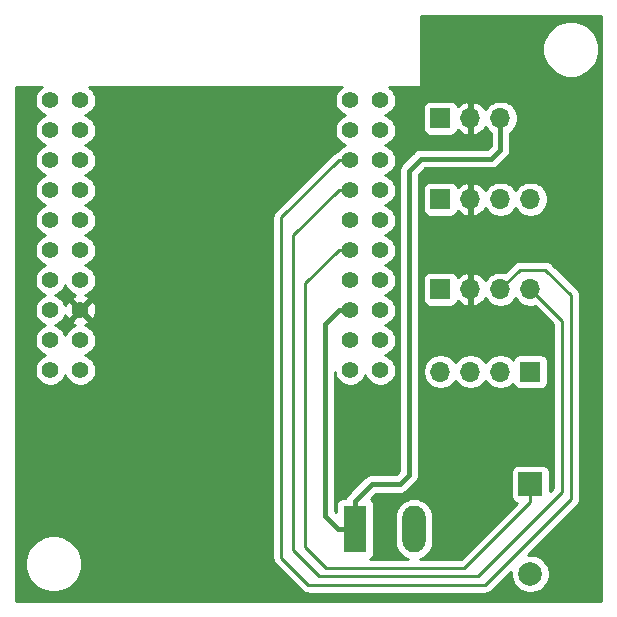
<source format=gbr>
G04 #@! TF.GenerationSoftware,KiCad,Pcbnew,(5.1.5)-3*
G04 #@! TF.CreationDate,2023-03-16T00:37:57+01:00*
G04 #@! TF.ProjectId,barcode_scanner,62617263-6f64-4655-9f73-63616e6e6572,rev?*
G04 #@! TF.SameCoordinates,Original*
G04 #@! TF.FileFunction,Copper,L1,Top*
G04 #@! TF.FilePolarity,Positive*
%FSLAX46Y46*%
G04 Gerber Fmt 4.6, Leading zero omitted, Abs format (unit mm)*
G04 Created by KiCad (PCBNEW (5.1.5)-3) date 2023-03-16 00:37:57*
%MOMM*%
%LPD*%
G04 APERTURE LIST*
%ADD10R,1.980000X3.960000*%
%ADD11O,1.980000X3.960000*%
%ADD12C,1.400000*%
%ADD13R,1.700000X1.700000*%
%ADD14O,1.700000X1.700000*%
%ADD15C,2.000000*%
%ADD16R,2.000000X2.000000*%
%ADD17C,0.250000*%
%ADD18C,0.400000*%
%ADD19C,0.254000*%
G04 APERTURE END LIST*
D10*
X169037000Y-120269000D03*
D11*
X174037000Y-120269000D03*
D12*
X171196000Y-106807000D03*
X168656000Y-106807000D03*
X171196000Y-104267000D03*
X168656000Y-104267000D03*
X171196000Y-101727000D03*
X168656000Y-101727000D03*
X171196000Y-99187000D03*
X168656000Y-99187000D03*
X171196000Y-96647000D03*
X168656000Y-96647000D03*
X171196000Y-94107000D03*
X168656000Y-94107000D03*
X171196000Y-91567000D03*
X168656000Y-91567000D03*
X171196000Y-89027000D03*
X168656000Y-89027000D03*
X171196000Y-86487000D03*
X168656000Y-86487000D03*
X171196000Y-83947000D03*
X168656000Y-83947000D03*
X145796000Y-106807000D03*
X143256000Y-106807000D03*
X145796000Y-104267000D03*
X143256000Y-104267000D03*
X145796000Y-101727000D03*
X143256000Y-101727000D03*
X145796000Y-99187000D03*
X143256000Y-99187000D03*
X145796000Y-96647000D03*
X143256000Y-96647000D03*
X145796000Y-94107000D03*
X143256000Y-94107000D03*
X145796000Y-91567000D03*
X143256000Y-91567000D03*
X145796000Y-89027000D03*
X143256000Y-89027000D03*
X145796000Y-86487000D03*
X143256000Y-86487000D03*
X143256000Y-83947000D03*
X145796000Y-83947000D03*
D13*
X176276000Y-92329000D03*
D14*
X178816000Y-92329000D03*
X181356000Y-92329000D03*
X183896000Y-92329000D03*
X183896000Y-99949000D03*
X181356000Y-99949000D03*
X178816000Y-99949000D03*
D13*
X176276000Y-99949000D03*
D14*
X176276000Y-106934000D03*
X178816000Y-106934000D03*
X181356000Y-106934000D03*
D13*
X183896000Y-106934000D03*
D14*
X181356000Y-85471000D03*
X178816000Y-85471000D03*
D13*
X176276000Y-85471000D03*
D15*
X183896000Y-124059000D03*
D16*
X183896000Y-116459000D03*
D17*
X167666051Y-91567000D02*
X163830000Y-95403051D01*
X168656000Y-91567000D02*
X167666051Y-91567000D01*
X163830000Y-95403051D02*
X163830000Y-122047000D01*
X163830000Y-122047000D02*
X165989000Y-124206000D01*
X165989000Y-124206000D02*
X179451000Y-124206000D01*
X179451000Y-124206000D02*
X186563000Y-117094000D01*
X186563000Y-102616000D02*
X183896000Y-99949000D01*
X186563000Y-117094000D02*
X186563000Y-102616000D01*
X162814000Y-122682000D02*
X162814000Y-93879051D01*
X162814000Y-93879051D02*
X167666051Y-89027000D01*
X183007000Y-98298000D02*
X185166000Y-98298000D01*
X180086000Y-124968000D02*
X165100000Y-124968000D01*
X181356000Y-99949000D02*
X183007000Y-98298000D01*
X167666051Y-89027000D02*
X168656000Y-89027000D01*
X185166000Y-98298000D02*
X187325000Y-100457000D01*
X165100000Y-124968000D02*
X162814000Y-122682000D01*
X187325000Y-117729000D02*
X180086000Y-124968000D01*
X187325000Y-100457000D02*
X187325000Y-117729000D01*
X167666051Y-96647000D02*
X164846000Y-99467051D01*
X168656000Y-96647000D02*
X167666051Y-96647000D01*
X164846000Y-99467051D02*
X164846000Y-121793000D01*
X164846000Y-121793000D02*
X166624000Y-123571000D01*
X166624000Y-123571000D02*
X178308000Y-123571000D01*
X183896000Y-117983000D02*
X183896000Y-116459000D01*
X178308000Y-123571000D02*
X183896000Y-117983000D01*
D18*
X167666051Y-101727000D02*
X166497000Y-102896051D01*
X168656000Y-101727000D02*
X167666051Y-101727000D01*
X166497000Y-119119000D02*
X167647000Y-120269000D01*
X167647000Y-120269000D02*
X169037000Y-120269000D01*
X166497000Y-102896051D02*
X166497000Y-119119000D01*
X174625000Y-88900000D02*
X180594000Y-88900000D01*
X173609000Y-89916000D02*
X174625000Y-88900000D01*
X169037000Y-117889000D02*
X170467000Y-116459000D01*
X169037000Y-120269000D02*
X169037000Y-117889000D01*
X181356000Y-88138000D02*
X181356000Y-85471000D01*
X170467000Y-116459000D02*
X172847000Y-116459000D01*
X180594000Y-88900000D02*
X181356000Y-88138000D01*
X172847000Y-116459000D02*
X173609000Y-115697000D01*
X173609000Y-115697000D02*
X173609000Y-89916000D01*
D19*
G36*
X189840000Y-126340000D02*
G01*
X140360000Y-126340000D01*
X140360000Y-122979818D01*
X141091701Y-122979818D01*
X141091701Y-123456182D01*
X141184635Y-123923392D01*
X141366931Y-124363494D01*
X141631585Y-124759576D01*
X141968424Y-125096415D01*
X142364506Y-125361069D01*
X142804608Y-125543365D01*
X143271818Y-125636299D01*
X143748182Y-125636299D01*
X144215392Y-125543365D01*
X144655494Y-125361069D01*
X145051576Y-125096415D01*
X145388415Y-124759576D01*
X145653069Y-124363494D01*
X145835365Y-123923392D01*
X145928299Y-123456182D01*
X145928299Y-122979818D01*
X145835365Y-122512608D01*
X145653069Y-122072506D01*
X145388415Y-121676424D01*
X145051576Y-121339585D01*
X144655494Y-121074931D01*
X144215392Y-120892635D01*
X143748182Y-120799701D01*
X143271818Y-120799701D01*
X142804608Y-120892635D01*
X142364506Y-121074931D01*
X141968424Y-121339585D01*
X141631585Y-121676424D01*
X141366931Y-122072506D01*
X141184635Y-122512608D01*
X141091701Y-122979818D01*
X140360000Y-122979818D01*
X140360000Y-82804000D01*
X142563685Y-82804000D01*
X142404987Y-82910038D01*
X142219038Y-83095987D01*
X142072939Y-83314641D01*
X141972304Y-83557595D01*
X141921000Y-83815514D01*
X141921000Y-84078486D01*
X141972304Y-84336405D01*
X142072939Y-84579359D01*
X142219038Y-84798013D01*
X142404987Y-84983962D01*
X142623641Y-85130061D01*
X142833530Y-85217000D01*
X142623641Y-85303939D01*
X142404987Y-85450038D01*
X142219038Y-85635987D01*
X142072939Y-85854641D01*
X141972304Y-86097595D01*
X141921000Y-86355514D01*
X141921000Y-86618486D01*
X141972304Y-86876405D01*
X142072939Y-87119359D01*
X142219038Y-87338013D01*
X142404987Y-87523962D01*
X142623641Y-87670061D01*
X142833530Y-87757000D01*
X142623641Y-87843939D01*
X142404987Y-87990038D01*
X142219038Y-88175987D01*
X142072939Y-88394641D01*
X141972304Y-88637595D01*
X141921000Y-88895514D01*
X141921000Y-89158486D01*
X141972304Y-89416405D01*
X142072939Y-89659359D01*
X142219038Y-89878013D01*
X142404987Y-90063962D01*
X142623641Y-90210061D01*
X142833530Y-90297000D01*
X142623641Y-90383939D01*
X142404987Y-90530038D01*
X142219038Y-90715987D01*
X142072939Y-90934641D01*
X141972304Y-91177595D01*
X141921000Y-91435514D01*
X141921000Y-91698486D01*
X141972304Y-91956405D01*
X142072939Y-92199359D01*
X142219038Y-92418013D01*
X142404987Y-92603962D01*
X142623641Y-92750061D01*
X142833530Y-92837000D01*
X142623641Y-92923939D01*
X142404987Y-93070038D01*
X142219038Y-93255987D01*
X142072939Y-93474641D01*
X141972304Y-93717595D01*
X141921000Y-93975514D01*
X141921000Y-94238486D01*
X141972304Y-94496405D01*
X142072939Y-94739359D01*
X142219038Y-94958013D01*
X142404987Y-95143962D01*
X142623641Y-95290061D01*
X142833530Y-95377000D01*
X142623641Y-95463939D01*
X142404987Y-95610038D01*
X142219038Y-95795987D01*
X142072939Y-96014641D01*
X141972304Y-96257595D01*
X141921000Y-96515514D01*
X141921000Y-96778486D01*
X141972304Y-97036405D01*
X142072939Y-97279359D01*
X142219038Y-97498013D01*
X142404987Y-97683962D01*
X142623641Y-97830061D01*
X142833530Y-97917000D01*
X142623641Y-98003939D01*
X142404987Y-98150038D01*
X142219038Y-98335987D01*
X142072939Y-98554641D01*
X141972304Y-98797595D01*
X141921000Y-99055514D01*
X141921000Y-99318486D01*
X141972304Y-99576405D01*
X142072939Y-99819359D01*
X142219038Y-100038013D01*
X142404987Y-100223962D01*
X142623641Y-100370061D01*
X142833530Y-100457000D01*
X142623641Y-100543939D01*
X142404987Y-100690038D01*
X142219038Y-100875987D01*
X142072939Y-101094641D01*
X141972304Y-101337595D01*
X141921000Y-101595514D01*
X141921000Y-101858486D01*
X141972304Y-102116405D01*
X142072939Y-102359359D01*
X142219038Y-102578013D01*
X142404987Y-102763962D01*
X142623641Y-102910061D01*
X142833530Y-102997000D01*
X142623641Y-103083939D01*
X142404987Y-103230038D01*
X142219038Y-103415987D01*
X142072939Y-103634641D01*
X141972304Y-103877595D01*
X141921000Y-104135514D01*
X141921000Y-104398486D01*
X141972304Y-104656405D01*
X142072939Y-104899359D01*
X142219038Y-105118013D01*
X142404987Y-105303962D01*
X142623641Y-105450061D01*
X142833530Y-105537000D01*
X142623641Y-105623939D01*
X142404987Y-105770038D01*
X142219038Y-105955987D01*
X142072939Y-106174641D01*
X141972304Y-106417595D01*
X141921000Y-106675514D01*
X141921000Y-106938486D01*
X141972304Y-107196405D01*
X142072939Y-107439359D01*
X142219038Y-107658013D01*
X142404987Y-107843962D01*
X142623641Y-107990061D01*
X142866595Y-108090696D01*
X143124514Y-108142000D01*
X143387486Y-108142000D01*
X143645405Y-108090696D01*
X143888359Y-107990061D01*
X144107013Y-107843962D01*
X144292962Y-107658013D01*
X144439061Y-107439359D01*
X144526000Y-107229470D01*
X144612939Y-107439359D01*
X144759038Y-107658013D01*
X144944987Y-107843962D01*
X145163641Y-107990061D01*
X145406595Y-108090696D01*
X145664514Y-108142000D01*
X145927486Y-108142000D01*
X146185405Y-108090696D01*
X146428359Y-107990061D01*
X146647013Y-107843962D01*
X146832962Y-107658013D01*
X146979061Y-107439359D01*
X147079696Y-107196405D01*
X147131000Y-106938486D01*
X147131000Y-106675514D01*
X147079696Y-106417595D01*
X146979061Y-106174641D01*
X146832962Y-105955987D01*
X146647013Y-105770038D01*
X146428359Y-105623939D01*
X146218470Y-105537000D01*
X146428359Y-105450061D01*
X146647013Y-105303962D01*
X146832962Y-105118013D01*
X146979061Y-104899359D01*
X147079696Y-104656405D01*
X147131000Y-104398486D01*
X147131000Y-104135514D01*
X147079696Y-103877595D01*
X146979061Y-103634641D01*
X146832962Y-103415987D01*
X146647013Y-103230038D01*
X146428359Y-103083939D01*
X146214556Y-102995379D01*
X146377366Y-102935935D01*
X146478203Y-102882037D01*
X146537664Y-102648269D01*
X145796000Y-101906605D01*
X145054336Y-102648269D01*
X145113797Y-102882037D01*
X145352242Y-102992934D01*
X145371827Y-102997706D01*
X145163641Y-103083939D01*
X144944987Y-103230038D01*
X144759038Y-103415987D01*
X144612939Y-103634641D01*
X144526000Y-103844530D01*
X144439061Y-103634641D01*
X144292962Y-103415987D01*
X144107013Y-103230038D01*
X143888359Y-103083939D01*
X143678470Y-102997000D01*
X143888359Y-102910061D01*
X144107013Y-102763962D01*
X144292962Y-102578013D01*
X144439061Y-102359359D01*
X144527621Y-102145556D01*
X144587065Y-102308366D01*
X144640963Y-102409203D01*
X144874731Y-102468664D01*
X145616395Y-101727000D01*
X145975605Y-101727000D01*
X146717269Y-102468664D01*
X146951037Y-102409203D01*
X147061934Y-102170758D01*
X147124183Y-101915260D01*
X147135390Y-101652527D01*
X147095125Y-101392656D01*
X147004935Y-101145634D01*
X146951037Y-101044797D01*
X146717269Y-100985336D01*
X145975605Y-101727000D01*
X145616395Y-101727000D01*
X144874731Y-100985336D01*
X144640963Y-101044797D01*
X144530066Y-101283242D01*
X144525294Y-101302827D01*
X144439061Y-101094641D01*
X144292962Y-100875987D01*
X144107013Y-100690038D01*
X143888359Y-100543939D01*
X143678470Y-100457000D01*
X143888359Y-100370061D01*
X144107013Y-100223962D01*
X144292962Y-100038013D01*
X144439061Y-99819359D01*
X144526000Y-99609470D01*
X144612939Y-99819359D01*
X144759038Y-100038013D01*
X144944987Y-100223962D01*
X145163641Y-100370061D01*
X145377444Y-100458621D01*
X145214634Y-100518065D01*
X145113797Y-100571963D01*
X145054336Y-100805731D01*
X145796000Y-101547395D01*
X146537664Y-100805731D01*
X146478203Y-100571963D01*
X146239758Y-100461066D01*
X146220173Y-100456294D01*
X146428359Y-100370061D01*
X146647013Y-100223962D01*
X146832962Y-100038013D01*
X146979061Y-99819359D01*
X147079696Y-99576405D01*
X147131000Y-99318486D01*
X147131000Y-99055514D01*
X147079696Y-98797595D01*
X146979061Y-98554641D01*
X146832962Y-98335987D01*
X146647013Y-98150038D01*
X146428359Y-98003939D01*
X146218470Y-97917000D01*
X146428359Y-97830061D01*
X146647013Y-97683962D01*
X146832962Y-97498013D01*
X146979061Y-97279359D01*
X147079696Y-97036405D01*
X147131000Y-96778486D01*
X147131000Y-96515514D01*
X147079696Y-96257595D01*
X146979061Y-96014641D01*
X146832962Y-95795987D01*
X146647013Y-95610038D01*
X146428359Y-95463939D01*
X146218470Y-95377000D01*
X146428359Y-95290061D01*
X146647013Y-95143962D01*
X146832962Y-94958013D01*
X146979061Y-94739359D01*
X147079696Y-94496405D01*
X147131000Y-94238486D01*
X147131000Y-93975514D01*
X147079696Y-93717595D01*
X146979061Y-93474641D01*
X146832962Y-93255987D01*
X146647013Y-93070038D01*
X146428359Y-92923939D01*
X146218470Y-92837000D01*
X146428359Y-92750061D01*
X146647013Y-92603962D01*
X146832962Y-92418013D01*
X146979061Y-92199359D01*
X147079696Y-91956405D01*
X147131000Y-91698486D01*
X147131000Y-91435514D01*
X147079696Y-91177595D01*
X146979061Y-90934641D01*
X146832962Y-90715987D01*
X146647013Y-90530038D01*
X146428359Y-90383939D01*
X146218470Y-90297000D01*
X146428359Y-90210061D01*
X146647013Y-90063962D01*
X146832962Y-89878013D01*
X146979061Y-89659359D01*
X147079696Y-89416405D01*
X147131000Y-89158486D01*
X147131000Y-88895514D01*
X147079696Y-88637595D01*
X146979061Y-88394641D01*
X146832962Y-88175987D01*
X146647013Y-87990038D01*
X146428359Y-87843939D01*
X146218470Y-87757000D01*
X146428359Y-87670061D01*
X146647013Y-87523962D01*
X146832962Y-87338013D01*
X146979061Y-87119359D01*
X147079696Y-86876405D01*
X147131000Y-86618486D01*
X147131000Y-86355514D01*
X147079696Y-86097595D01*
X146979061Y-85854641D01*
X146832962Y-85635987D01*
X146647013Y-85450038D01*
X146428359Y-85303939D01*
X146218470Y-85217000D01*
X146428359Y-85130061D01*
X146647013Y-84983962D01*
X146832962Y-84798013D01*
X146979061Y-84579359D01*
X147079696Y-84336405D01*
X147131000Y-84078486D01*
X147131000Y-83815514D01*
X147079696Y-83557595D01*
X146979061Y-83314641D01*
X146832962Y-83095987D01*
X146647013Y-82910038D01*
X146488315Y-82804000D01*
X167963685Y-82804000D01*
X167804987Y-82910038D01*
X167619038Y-83095987D01*
X167472939Y-83314641D01*
X167372304Y-83557595D01*
X167321000Y-83815514D01*
X167321000Y-84078486D01*
X167372304Y-84336405D01*
X167472939Y-84579359D01*
X167619038Y-84798013D01*
X167804987Y-84983962D01*
X168023641Y-85130061D01*
X168233530Y-85217000D01*
X168023641Y-85303939D01*
X167804987Y-85450038D01*
X167619038Y-85635987D01*
X167472939Y-85854641D01*
X167372304Y-86097595D01*
X167321000Y-86355514D01*
X167321000Y-86618486D01*
X167372304Y-86876405D01*
X167472939Y-87119359D01*
X167619038Y-87338013D01*
X167804987Y-87523962D01*
X168023641Y-87670061D01*
X168233530Y-87757000D01*
X168023641Y-87843939D01*
X167804987Y-87990038D01*
X167619038Y-88175987D01*
X167553260Y-88274432D01*
X167517065Y-88277997D01*
X167373804Y-88321454D01*
X167241775Y-88392026D01*
X167126050Y-88486999D01*
X167102252Y-88515997D01*
X162302998Y-93315252D01*
X162274000Y-93339050D01*
X162250202Y-93368048D01*
X162250201Y-93368049D01*
X162179026Y-93454775D01*
X162108454Y-93586805D01*
X162089541Y-93649155D01*
X162064998Y-93730065D01*
X162054001Y-93841718D01*
X162050324Y-93879051D01*
X162054001Y-93916384D01*
X162054000Y-122644678D01*
X162050324Y-122682000D01*
X162054000Y-122719322D01*
X162054000Y-122719332D01*
X162064997Y-122830985D01*
X162108454Y-122974246D01*
X162179026Y-123106276D01*
X162212221Y-123146724D01*
X162273999Y-123222001D01*
X162303003Y-123245804D01*
X164536201Y-125479003D01*
X164559999Y-125508001D01*
X164675724Y-125602974D01*
X164807753Y-125673546D01*
X164951014Y-125717003D01*
X165062667Y-125728000D01*
X165062676Y-125728000D01*
X165099999Y-125731676D01*
X165137322Y-125728000D01*
X180048678Y-125728000D01*
X180086000Y-125731676D01*
X180123322Y-125728000D01*
X180123333Y-125728000D01*
X180234986Y-125717003D01*
X180378247Y-125673546D01*
X180510276Y-125602974D01*
X180626001Y-125508001D01*
X180649804Y-125478997D01*
X182268490Y-123860311D01*
X182261000Y-123897967D01*
X182261000Y-124220033D01*
X182323832Y-124535912D01*
X182447082Y-124833463D01*
X182626013Y-125101252D01*
X182853748Y-125328987D01*
X183121537Y-125507918D01*
X183419088Y-125631168D01*
X183734967Y-125694000D01*
X184057033Y-125694000D01*
X184372912Y-125631168D01*
X184670463Y-125507918D01*
X184938252Y-125328987D01*
X185165987Y-125101252D01*
X185344918Y-124833463D01*
X185468168Y-124535912D01*
X185531000Y-124220033D01*
X185531000Y-123897967D01*
X185468168Y-123582088D01*
X185344918Y-123284537D01*
X185165987Y-123016748D01*
X184938252Y-122789013D01*
X184670463Y-122610082D01*
X184372912Y-122486832D01*
X184057033Y-122424000D01*
X183734967Y-122424000D01*
X183697311Y-122431490D01*
X187836003Y-118292799D01*
X187865001Y-118269001D01*
X187891332Y-118236917D01*
X187959974Y-118153277D01*
X188030546Y-118021247D01*
X188040165Y-117989537D01*
X188074003Y-117877986D01*
X188085000Y-117766333D01*
X188085000Y-117766323D01*
X188088676Y-117729000D01*
X188085000Y-117691677D01*
X188085000Y-100494322D01*
X188088676Y-100456999D01*
X188085000Y-100419676D01*
X188085000Y-100419667D01*
X188074003Y-100308014D01*
X188030546Y-100164753D01*
X187997017Y-100102025D01*
X187959974Y-100032723D01*
X187888799Y-99945997D01*
X187865001Y-99916999D01*
X187836004Y-99893202D01*
X185729804Y-97787003D01*
X185706001Y-97757999D01*
X185590276Y-97663026D01*
X185458247Y-97592454D01*
X185314986Y-97548997D01*
X185203333Y-97538000D01*
X185203322Y-97538000D01*
X185166000Y-97534324D01*
X185128678Y-97538000D01*
X183044333Y-97538000D01*
X183007000Y-97534323D01*
X182969667Y-97538000D01*
X182858014Y-97548997D01*
X182714753Y-97592454D01*
X182582724Y-97663026D01*
X182466999Y-97757999D01*
X182443201Y-97786997D01*
X181722408Y-98507790D01*
X181502260Y-98464000D01*
X181209740Y-98464000D01*
X180922842Y-98521068D01*
X180652589Y-98633010D01*
X180409368Y-98795525D01*
X180202525Y-99002368D01*
X180080805Y-99184534D01*
X180011178Y-99067645D01*
X179816269Y-98851412D01*
X179582920Y-98677359D01*
X179320099Y-98552175D01*
X179172890Y-98507524D01*
X178943000Y-98628845D01*
X178943000Y-99822000D01*
X178963000Y-99822000D01*
X178963000Y-100076000D01*
X178943000Y-100076000D01*
X178943000Y-101269155D01*
X179172890Y-101390476D01*
X179320099Y-101345825D01*
X179582920Y-101220641D01*
X179816269Y-101046588D01*
X180011178Y-100830355D01*
X180080805Y-100713466D01*
X180202525Y-100895632D01*
X180409368Y-101102475D01*
X180652589Y-101264990D01*
X180922842Y-101376932D01*
X181209740Y-101434000D01*
X181502260Y-101434000D01*
X181789158Y-101376932D01*
X182059411Y-101264990D01*
X182302632Y-101102475D01*
X182509475Y-100895632D01*
X182626000Y-100721240D01*
X182742525Y-100895632D01*
X182949368Y-101102475D01*
X183192589Y-101264990D01*
X183462842Y-101376932D01*
X183749740Y-101434000D01*
X184042260Y-101434000D01*
X184262408Y-101390209D01*
X185803001Y-102930803D01*
X185803000Y-116779198D01*
X185534072Y-117048126D01*
X185534072Y-115459000D01*
X185521812Y-115334518D01*
X185485502Y-115214820D01*
X185426537Y-115104506D01*
X185347185Y-115007815D01*
X185250494Y-114928463D01*
X185140180Y-114869498D01*
X185020482Y-114833188D01*
X184896000Y-114820928D01*
X182896000Y-114820928D01*
X182771518Y-114833188D01*
X182651820Y-114869498D01*
X182541506Y-114928463D01*
X182444815Y-115007815D01*
X182365463Y-115104506D01*
X182306498Y-115214820D01*
X182270188Y-115334518D01*
X182257928Y-115459000D01*
X182257928Y-117459000D01*
X182270188Y-117583482D01*
X182306498Y-117703180D01*
X182365463Y-117813494D01*
X182444815Y-117910185D01*
X182541506Y-117989537D01*
X182651820Y-118048502D01*
X182731519Y-118072678D01*
X177993199Y-122811000D01*
X174518693Y-122811000D01*
X174661869Y-122767568D01*
X174944170Y-122616675D01*
X175191608Y-122413608D01*
X175394675Y-122166170D01*
X175545568Y-121883869D01*
X175638487Y-121577556D01*
X175662000Y-121338824D01*
X175662000Y-119199176D01*
X175638487Y-118960444D01*
X175545568Y-118654131D01*
X175394675Y-118371830D01*
X175191608Y-118124392D01*
X174944169Y-117921325D01*
X174661868Y-117770432D01*
X174355555Y-117677513D01*
X174037000Y-117646138D01*
X173718444Y-117677513D01*
X173412131Y-117770432D01*
X173129830Y-117921325D01*
X172882392Y-118124392D01*
X172679325Y-118371831D01*
X172528432Y-118654132D01*
X172435513Y-118960445D01*
X172412000Y-119199177D01*
X172412001Y-121338824D01*
X172435514Y-121577556D01*
X172528433Y-121883869D01*
X172679326Y-122166170D01*
X172882393Y-122413608D01*
X173129831Y-122616675D01*
X173412132Y-122767568D01*
X173555308Y-122811000D01*
X170322632Y-122811000D01*
X170381494Y-122779537D01*
X170478185Y-122700185D01*
X170557537Y-122603494D01*
X170616502Y-122493180D01*
X170652812Y-122373482D01*
X170665072Y-122249000D01*
X170665072Y-118289000D01*
X170652812Y-118164518D01*
X170616502Y-118044820D01*
X170557537Y-117934506D01*
X170478185Y-117837815D01*
X170381494Y-117758463D01*
X170359931Y-117746937D01*
X170812868Y-117294000D01*
X172805982Y-117294000D01*
X172847000Y-117298040D01*
X172888018Y-117294000D01*
X172888019Y-117294000D01*
X173010689Y-117281918D01*
X173168087Y-117234172D01*
X173313146Y-117156636D01*
X173440291Y-117052291D01*
X173466445Y-117020422D01*
X174170433Y-116316436D01*
X174202291Y-116290291D01*
X174306636Y-116163146D01*
X174384172Y-116018087D01*
X174431918Y-115860689D01*
X174444000Y-115738019D01*
X174444000Y-115738018D01*
X174448040Y-115697000D01*
X174444000Y-115655982D01*
X174444000Y-106787740D01*
X174791000Y-106787740D01*
X174791000Y-107080260D01*
X174848068Y-107367158D01*
X174960010Y-107637411D01*
X175122525Y-107880632D01*
X175329368Y-108087475D01*
X175572589Y-108249990D01*
X175842842Y-108361932D01*
X176129740Y-108419000D01*
X176422260Y-108419000D01*
X176709158Y-108361932D01*
X176979411Y-108249990D01*
X177222632Y-108087475D01*
X177429475Y-107880632D01*
X177546000Y-107706240D01*
X177662525Y-107880632D01*
X177869368Y-108087475D01*
X178112589Y-108249990D01*
X178382842Y-108361932D01*
X178669740Y-108419000D01*
X178962260Y-108419000D01*
X179249158Y-108361932D01*
X179519411Y-108249990D01*
X179762632Y-108087475D01*
X179969475Y-107880632D01*
X180086000Y-107706240D01*
X180202525Y-107880632D01*
X180409368Y-108087475D01*
X180652589Y-108249990D01*
X180922842Y-108361932D01*
X181209740Y-108419000D01*
X181502260Y-108419000D01*
X181789158Y-108361932D01*
X182059411Y-108249990D01*
X182302632Y-108087475D01*
X182434487Y-107955620D01*
X182456498Y-108028180D01*
X182515463Y-108138494D01*
X182594815Y-108235185D01*
X182691506Y-108314537D01*
X182801820Y-108373502D01*
X182921518Y-108409812D01*
X183046000Y-108422072D01*
X184746000Y-108422072D01*
X184870482Y-108409812D01*
X184990180Y-108373502D01*
X185100494Y-108314537D01*
X185197185Y-108235185D01*
X185276537Y-108138494D01*
X185335502Y-108028180D01*
X185371812Y-107908482D01*
X185384072Y-107784000D01*
X185384072Y-106084000D01*
X185371812Y-105959518D01*
X185335502Y-105839820D01*
X185276537Y-105729506D01*
X185197185Y-105632815D01*
X185100494Y-105553463D01*
X184990180Y-105494498D01*
X184870482Y-105458188D01*
X184746000Y-105445928D01*
X183046000Y-105445928D01*
X182921518Y-105458188D01*
X182801820Y-105494498D01*
X182691506Y-105553463D01*
X182594815Y-105632815D01*
X182515463Y-105729506D01*
X182456498Y-105839820D01*
X182434487Y-105912380D01*
X182302632Y-105780525D01*
X182059411Y-105618010D01*
X181789158Y-105506068D01*
X181502260Y-105449000D01*
X181209740Y-105449000D01*
X180922842Y-105506068D01*
X180652589Y-105618010D01*
X180409368Y-105780525D01*
X180202525Y-105987368D01*
X180086000Y-106161760D01*
X179969475Y-105987368D01*
X179762632Y-105780525D01*
X179519411Y-105618010D01*
X179249158Y-105506068D01*
X178962260Y-105449000D01*
X178669740Y-105449000D01*
X178382842Y-105506068D01*
X178112589Y-105618010D01*
X177869368Y-105780525D01*
X177662525Y-105987368D01*
X177546000Y-106161760D01*
X177429475Y-105987368D01*
X177222632Y-105780525D01*
X176979411Y-105618010D01*
X176709158Y-105506068D01*
X176422260Y-105449000D01*
X176129740Y-105449000D01*
X175842842Y-105506068D01*
X175572589Y-105618010D01*
X175329368Y-105780525D01*
X175122525Y-105987368D01*
X174960010Y-106230589D01*
X174848068Y-106500842D01*
X174791000Y-106787740D01*
X174444000Y-106787740D01*
X174444000Y-99099000D01*
X174787928Y-99099000D01*
X174787928Y-100799000D01*
X174800188Y-100923482D01*
X174836498Y-101043180D01*
X174895463Y-101153494D01*
X174974815Y-101250185D01*
X175071506Y-101329537D01*
X175181820Y-101388502D01*
X175301518Y-101424812D01*
X175426000Y-101437072D01*
X177126000Y-101437072D01*
X177250482Y-101424812D01*
X177370180Y-101388502D01*
X177480494Y-101329537D01*
X177577185Y-101250185D01*
X177656537Y-101153494D01*
X177715502Y-101043180D01*
X177739966Y-100962534D01*
X177815731Y-101046588D01*
X178049080Y-101220641D01*
X178311901Y-101345825D01*
X178459110Y-101390476D01*
X178689000Y-101269155D01*
X178689000Y-100076000D01*
X178669000Y-100076000D01*
X178669000Y-99822000D01*
X178689000Y-99822000D01*
X178689000Y-98628845D01*
X178459110Y-98507524D01*
X178311901Y-98552175D01*
X178049080Y-98677359D01*
X177815731Y-98851412D01*
X177739966Y-98935466D01*
X177715502Y-98854820D01*
X177656537Y-98744506D01*
X177577185Y-98647815D01*
X177480494Y-98568463D01*
X177370180Y-98509498D01*
X177250482Y-98473188D01*
X177126000Y-98460928D01*
X175426000Y-98460928D01*
X175301518Y-98473188D01*
X175181820Y-98509498D01*
X175071506Y-98568463D01*
X174974815Y-98647815D01*
X174895463Y-98744506D01*
X174836498Y-98854820D01*
X174800188Y-98974518D01*
X174787928Y-99099000D01*
X174444000Y-99099000D01*
X174444000Y-91479000D01*
X174787928Y-91479000D01*
X174787928Y-93179000D01*
X174800188Y-93303482D01*
X174836498Y-93423180D01*
X174895463Y-93533494D01*
X174974815Y-93630185D01*
X175071506Y-93709537D01*
X175181820Y-93768502D01*
X175301518Y-93804812D01*
X175426000Y-93817072D01*
X177126000Y-93817072D01*
X177250482Y-93804812D01*
X177370180Y-93768502D01*
X177480494Y-93709537D01*
X177577185Y-93630185D01*
X177656537Y-93533494D01*
X177715502Y-93423180D01*
X177739966Y-93342534D01*
X177815731Y-93426588D01*
X178049080Y-93600641D01*
X178311901Y-93725825D01*
X178459110Y-93770476D01*
X178689000Y-93649155D01*
X178689000Y-92456000D01*
X178669000Y-92456000D01*
X178669000Y-92202000D01*
X178689000Y-92202000D01*
X178689000Y-91008845D01*
X178943000Y-91008845D01*
X178943000Y-92202000D01*
X178963000Y-92202000D01*
X178963000Y-92456000D01*
X178943000Y-92456000D01*
X178943000Y-93649155D01*
X179172890Y-93770476D01*
X179320099Y-93725825D01*
X179582920Y-93600641D01*
X179816269Y-93426588D01*
X180011178Y-93210355D01*
X180080805Y-93093466D01*
X180202525Y-93275632D01*
X180409368Y-93482475D01*
X180652589Y-93644990D01*
X180922842Y-93756932D01*
X181209740Y-93814000D01*
X181502260Y-93814000D01*
X181789158Y-93756932D01*
X182059411Y-93644990D01*
X182302632Y-93482475D01*
X182509475Y-93275632D01*
X182626000Y-93101240D01*
X182742525Y-93275632D01*
X182949368Y-93482475D01*
X183192589Y-93644990D01*
X183462842Y-93756932D01*
X183749740Y-93814000D01*
X184042260Y-93814000D01*
X184329158Y-93756932D01*
X184599411Y-93644990D01*
X184842632Y-93482475D01*
X185049475Y-93275632D01*
X185211990Y-93032411D01*
X185323932Y-92762158D01*
X185381000Y-92475260D01*
X185381000Y-92182740D01*
X185323932Y-91895842D01*
X185211990Y-91625589D01*
X185049475Y-91382368D01*
X184842632Y-91175525D01*
X184599411Y-91013010D01*
X184329158Y-90901068D01*
X184042260Y-90844000D01*
X183749740Y-90844000D01*
X183462842Y-90901068D01*
X183192589Y-91013010D01*
X182949368Y-91175525D01*
X182742525Y-91382368D01*
X182626000Y-91556760D01*
X182509475Y-91382368D01*
X182302632Y-91175525D01*
X182059411Y-91013010D01*
X181789158Y-90901068D01*
X181502260Y-90844000D01*
X181209740Y-90844000D01*
X180922842Y-90901068D01*
X180652589Y-91013010D01*
X180409368Y-91175525D01*
X180202525Y-91382368D01*
X180080805Y-91564534D01*
X180011178Y-91447645D01*
X179816269Y-91231412D01*
X179582920Y-91057359D01*
X179320099Y-90932175D01*
X179172890Y-90887524D01*
X178943000Y-91008845D01*
X178689000Y-91008845D01*
X178459110Y-90887524D01*
X178311901Y-90932175D01*
X178049080Y-91057359D01*
X177815731Y-91231412D01*
X177739966Y-91315466D01*
X177715502Y-91234820D01*
X177656537Y-91124506D01*
X177577185Y-91027815D01*
X177480494Y-90948463D01*
X177370180Y-90889498D01*
X177250482Y-90853188D01*
X177126000Y-90840928D01*
X175426000Y-90840928D01*
X175301518Y-90853188D01*
X175181820Y-90889498D01*
X175071506Y-90948463D01*
X174974815Y-91027815D01*
X174895463Y-91124506D01*
X174836498Y-91234820D01*
X174800188Y-91354518D01*
X174787928Y-91479000D01*
X174444000Y-91479000D01*
X174444000Y-90261867D01*
X174970868Y-89735000D01*
X180552982Y-89735000D01*
X180594000Y-89739040D01*
X180635018Y-89735000D01*
X180635019Y-89735000D01*
X180757689Y-89722918D01*
X180915087Y-89675172D01*
X181060146Y-89597636D01*
X181187291Y-89493291D01*
X181213445Y-89461422D01*
X181917433Y-88757436D01*
X181949291Y-88731291D01*
X182053636Y-88604146D01*
X182131172Y-88459087D01*
X182178918Y-88301689D01*
X182191000Y-88179019D01*
X182191000Y-88179018D01*
X182195040Y-88138000D01*
X182191000Y-88096982D01*
X182191000Y-86699065D01*
X182302632Y-86624475D01*
X182509475Y-86417632D01*
X182671990Y-86174411D01*
X182783932Y-85904158D01*
X182841000Y-85617260D01*
X182841000Y-85324740D01*
X182783932Y-85037842D01*
X182671990Y-84767589D01*
X182509475Y-84524368D01*
X182302632Y-84317525D01*
X182059411Y-84155010D01*
X181789158Y-84043068D01*
X181502260Y-83986000D01*
X181209740Y-83986000D01*
X180922842Y-84043068D01*
X180652589Y-84155010D01*
X180409368Y-84317525D01*
X180202525Y-84524368D01*
X180080805Y-84706534D01*
X180011178Y-84589645D01*
X179816269Y-84373412D01*
X179582920Y-84199359D01*
X179320099Y-84074175D01*
X179172890Y-84029524D01*
X178943000Y-84150845D01*
X178943000Y-85344000D01*
X178963000Y-85344000D01*
X178963000Y-85598000D01*
X178943000Y-85598000D01*
X178943000Y-86791155D01*
X179172890Y-86912476D01*
X179320099Y-86867825D01*
X179582920Y-86742641D01*
X179816269Y-86568588D01*
X180011178Y-86352355D01*
X180080805Y-86235466D01*
X180202525Y-86417632D01*
X180409368Y-86624475D01*
X180521001Y-86699065D01*
X180521000Y-87792132D01*
X180248132Y-88065000D01*
X174666018Y-88065000D01*
X174625000Y-88060960D01*
X174583981Y-88065000D01*
X174461311Y-88077082D01*
X174303913Y-88124828D01*
X174158854Y-88202364D01*
X174031709Y-88306709D01*
X174005561Y-88338571D01*
X173047574Y-89296559D01*
X173015710Y-89322709D01*
X172938816Y-89416405D01*
X172911364Y-89449855D01*
X172833828Y-89594914D01*
X172786082Y-89752312D01*
X172769960Y-89916000D01*
X172774001Y-89957029D01*
X172774000Y-115351132D01*
X172501132Y-115624000D01*
X170508007Y-115624000D01*
X170466999Y-115619961D01*
X170425991Y-115624000D01*
X170425981Y-115624000D01*
X170303311Y-115636082D01*
X170145913Y-115683828D01*
X170000854Y-115761364D01*
X169873709Y-115865709D01*
X169847561Y-115897571D01*
X168475574Y-117269559D01*
X168443710Y-117295709D01*
X168417562Y-117327571D01*
X168339364Y-117422855D01*
X168261828Y-117567914D01*
X168236646Y-117650928D01*
X168047000Y-117650928D01*
X167922518Y-117663188D01*
X167802820Y-117699498D01*
X167692506Y-117758463D01*
X167595815Y-117837815D01*
X167516463Y-117934506D01*
X167457498Y-118044820D01*
X167421188Y-118164518D01*
X167408928Y-118289000D01*
X167408928Y-118850060D01*
X167332000Y-118773133D01*
X167332000Y-106993786D01*
X167372304Y-107196405D01*
X167472939Y-107439359D01*
X167619038Y-107658013D01*
X167804987Y-107843962D01*
X168023641Y-107990061D01*
X168266595Y-108090696D01*
X168524514Y-108142000D01*
X168787486Y-108142000D01*
X169045405Y-108090696D01*
X169288359Y-107990061D01*
X169507013Y-107843962D01*
X169692962Y-107658013D01*
X169839061Y-107439359D01*
X169926000Y-107229470D01*
X170012939Y-107439359D01*
X170159038Y-107658013D01*
X170344987Y-107843962D01*
X170563641Y-107990061D01*
X170806595Y-108090696D01*
X171064514Y-108142000D01*
X171327486Y-108142000D01*
X171585405Y-108090696D01*
X171828359Y-107990061D01*
X172047013Y-107843962D01*
X172232962Y-107658013D01*
X172379061Y-107439359D01*
X172479696Y-107196405D01*
X172531000Y-106938486D01*
X172531000Y-106675514D01*
X172479696Y-106417595D01*
X172379061Y-106174641D01*
X172232962Y-105955987D01*
X172047013Y-105770038D01*
X171828359Y-105623939D01*
X171618470Y-105537000D01*
X171828359Y-105450061D01*
X172047013Y-105303962D01*
X172232962Y-105118013D01*
X172379061Y-104899359D01*
X172479696Y-104656405D01*
X172531000Y-104398486D01*
X172531000Y-104135514D01*
X172479696Y-103877595D01*
X172379061Y-103634641D01*
X172232962Y-103415987D01*
X172047013Y-103230038D01*
X171828359Y-103083939D01*
X171618470Y-102997000D01*
X171828359Y-102910061D01*
X172047013Y-102763962D01*
X172232962Y-102578013D01*
X172379061Y-102359359D01*
X172479696Y-102116405D01*
X172531000Y-101858486D01*
X172531000Y-101595514D01*
X172479696Y-101337595D01*
X172379061Y-101094641D01*
X172232962Y-100875987D01*
X172047013Y-100690038D01*
X171828359Y-100543939D01*
X171618470Y-100457000D01*
X171828359Y-100370061D01*
X172047013Y-100223962D01*
X172232962Y-100038013D01*
X172379061Y-99819359D01*
X172479696Y-99576405D01*
X172531000Y-99318486D01*
X172531000Y-99055514D01*
X172479696Y-98797595D01*
X172379061Y-98554641D01*
X172232962Y-98335987D01*
X172047013Y-98150038D01*
X171828359Y-98003939D01*
X171618470Y-97917000D01*
X171828359Y-97830061D01*
X172047013Y-97683962D01*
X172232962Y-97498013D01*
X172379061Y-97279359D01*
X172479696Y-97036405D01*
X172531000Y-96778486D01*
X172531000Y-96515514D01*
X172479696Y-96257595D01*
X172379061Y-96014641D01*
X172232962Y-95795987D01*
X172047013Y-95610038D01*
X171828359Y-95463939D01*
X171618470Y-95377000D01*
X171828359Y-95290061D01*
X172047013Y-95143962D01*
X172232962Y-94958013D01*
X172379061Y-94739359D01*
X172479696Y-94496405D01*
X172531000Y-94238486D01*
X172531000Y-93975514D01*
X172479696Y-93717595D01*
X172379061Y-93474641D01*
X172232962Y-93255987D01*
X172047013Y-93070038D01*
X171828359Y-92923939D01*
X171618470Y-92837000D01*
X171828359Y-92750061D01*
X172047013Y-92603962D01*
X172232962Y-92418013D01*
X172379061Y-92199359D01*
X172479696Y-91956405D01*
X172531000Y-91698486D01*
X172531000Y-91435514D01*
X172479696Y-91177595D01*
X172379061Y-90934641D01*
X172232962Y-90715987D01*
X172047013Y-90530038D01*
X171828359Y-90383939D01*
X171618470Y-90297000D01*
X171828359Y-90210061D01*
X172047013Y-90063962D01*
X172232962Y-89878013D01*
X172379061Y-89659359D01*
X172479696Y-89416405D01*
X172531000Y-89158486D01*
X172531000Y-88895514D01*
X172479696Y-88637595D01*
X172379061Y-88394641D01*
X172232962Y-88175987D01*
X172047013Y-87990038D01*
X171828359Y-87843939D01*
X171618470Y-87757000D01*
X171828359Y-87670061D01*
X172047013Y-87523962D01*
X172232962Y-87338013D01*
X172379061Y-87119359D01*
X172479696Y-86876405D01*
X172531000Y-86618486D01*
X172531000Y-86355514D01*
X172479696Y-86097595D01*
X172379061Y-85854641D01*
X172232962Y-85635987D01*
X172047013Y-85450038D01*
X171828359Y-85303939D01*
X171618470Y-85217000D01*
X171828359Y-85130061D01*
X172047013Y-84983962D01*
X172232962Y-84798013D01*
X172351237Y-84621000D01*
X174787928Y-84621000D01*
X174787928Y-86321000D01*
X174800188Y-86445482D01*
X174836498Y-86565180D01*
X174895463Y-86675494D01*
X174974815Y-86772185D01*
X175071506Y-86851537D01*
X175181820Y-86910502D01*
X175301518Y-86946812D01*
X175426000Y-86959072D01*
X177126000Y-86959072D01*
X177250482Y-86946812D01*
X177370180Y-86910502D01*
X177480494Y-86851537D01*
X177577185Y-86772185D01*
X177656537Y-86675494D01*
X177715502Y-86565180D01*
X177739966Y-86484534D01*
X177815731Y-86568588D01*
X178049080Y-86742641D01*
X178311901Y-86867825D01*
X178459110Y-86912476D01*
X178689000Y-86791155D01*
X178689000Y-85598000D01*
X178669000Y-85598000D01*
X178669000Y-85344000D01*
X178689000Y-85344000D01*
X178689000Y-84150845D01*
X178459110Y-84029524D01*
X178311901Y-84074175D01*
X178049080Y-84199359D01*
X177815731Y-84373412D01*
X177739966Y-84457466D01*
X177715502Y-84376820D01*
X177656537Y-84266506D01*
X177577185Y-84169815D01*
X177480494Y-84090463D01*
X177370180Y-84031498D01*
X177250482Y-83995188D01*
X177126000Y-83982928D01*
X175426000Y-83982928D01*
X175301518Y-83995188D01*
X175181820Y-84031498D01*
X175071506Y-84090463D01*
X174974815Y-84169815D01*
X174895463Y-84266506D01*
X174836498Y-84376820D01*
X174800188Y-84496518D01*
X174787928Y-84621000D01*
X172351237Y-84621000D01*
X172379061Y-84579359D01*
X172479696Y-84336405D01*
X172531000Y-84078486D01*
X172531000Y-83815514D01*
X172479696Y-83557595D01*
X172379061Y-83314641D01*
X172232962Y-83095987D01*
X172047013Y-82910038D01*
X171888315Y-82804000D01*
X174498000Y-82804000D01*
X174522776Y-82801560D01*
X174546601Y-82794333D01*
X174568557Y-82782597D01*
X174587803Y-82766803D01*
X174603597Y-82747557D01*
X174615333Y-82725601D01*
X174622560Y-82701776D01*
X174625000Y-82677000D01*
X174625000Y-79390818D01*
X184906701Y-79390818D01*
X184906701Y-79867182D01*
X184999635Y-80334392D01*
X185181931Y-80774494D01*
X185446585Y-81170576D01*
X185783424Y-81507415D01*
X186179506Y-81772069D01*
X186619608Y-81954365D01*
X187086818Y-82047299D01*
X187563182Y-82047299D01*
X188030392Y-81954365D01*
X188470494Y-81772069D01*
X188866576Y-81507415D01*
X189203415Y-81170576D01*
X189468069Y-80774494D01*
X189650365Y-80334392D01*
X189743299Y-79867182D01*
X189743299Y-79390818D01*
X189650365Y-78923608D01*
X189468069Y-78483506D01*
X189203415Y-78087424D01*
X188866576Y-77750585D01*
X188470494Y-77485931D01*
X188030392Y-77303635D01*
X187563182Y-77210701D01*
X187086818Y-77210701D01*
X186619608Y-77303635D01*
X186179506Y-77485931D01*
X185783424Y-77750585D01*
X185446585Y-78087424D01*
X185181931Y-78483506D01*
X184999635Y-78923608D01*
X184906701Y-79390818D01*
X174625000Y-79390818D01*
X174625000Y-76860000D01*
X189840001Y-76860000D01*
X189840000Y-126340000D01*
G37*
X189840000Y-126340000D02*
X140360000Y-126340000D01*
X140360000Y-122979818D01*
X141091701Y-122979818D01*
X141091701Y-123456182D01*
X141184635Y-123923392D01*
X141366931Y-124363494D01*
X141631585Y-124759576D01*
X141968424Y-125096415D01*
X142364506Y-125361069D01*
X142804608Y-125543365D01*
X143271818Y-125636299D01*
X143748182Y-125636299D01*
X144215392Y-125543365D01*
X144655494Y-125361069D01*
X145051576Y-125096415D01*
X145388415Y-124759576D01*
X145653069Y-124363494D01*
X145835365Y-123923392D01*
X145928299Y-123456182D01*
X145928299Y-122979818D01*
X145835365Y-122512608D01*
X145653069Y-122072506D01*
X145388415Y-121676424D01*
X145051576Y-121339585D01*
X144655494Y-121074931D01*
X144215392Y-120892635D01*
X143748182Y-120799701D01*
X143271818Y-120799701D01*
X142804608Y-120892635D01*
X142364506Y-121074931D01*
X141968424Y-121339585D01*
X141631585Y-121676424D01*
X141366931Y-122072506D01*
X141184635Y-122512608D01*
X141091701Y-122979818D01*
X140360000Y-122979818D01*
X140360000Y-82804000D01*
X142563685Y-82804000D01*
X142404987Y-82910038D01*
X142219038Y-83095987D01*
X142072939Y-83314641D01*
X141972304Y-83557595D01*
X141921000Y-83815514D01*
X141921000Y-84078486D01*
X141972304Y-84336405D01*
X142072939Y-84579359D01*
X142219038Y-84798013D01*
X142404987Y-84983962D01*
X142623641Y-85130061D01*
X142833530Y-85217000D01*
X142623641Y-85303939D01*
X142404987Y-85450038D01*
X142219038Y-85635987D01*
X142072939Y-85854641D01*
X141972304Y-86097595D01*
X141921000Y-86355514D01*
X141921000Y-86618486D01*
X141972304Y-86876405D01*
X142072939Y-87119359D01*
X142219038Y-87338013D01*
X142404987Y-87523962D01*
X142623641Y-87670061D01*
X142833530Y-87757000D01*
X142623641Y-87843939D01*
X142404987Y-87990038D01*
X142219038Y-88175987D01*
X142072939Y-88394641D01*
X141972304Y-88637595D01*
X141921000Y-88895514D01*
X141921000Y-89158486D01*
X141972304Y-89416405D01*
X142072939Y-89659359D01*
X142219038Y-89878013D01*
X142404987Y-90063962D01*
X142623641Y-90210061D01*
X142833530Y-90297000D01*
X142623641Y-90383939D01*
X142404987Y-90530038D01*
X142219038Y-90715987D01*
X142072939Y-90934641D01*
X141972304Y-91177595D01*
X141921000Y-91435514D01*
X141921000Y-91698486D01*
X141972304Y-91956405D01*
X142072939Y-92199359D01*
X142219038Y-92418013D01*
X142404987Y-92603962D01*
X142623641Y-92750061D01*
X142833530Y-92837000D01*
X142623641Y-92923939D01*
X142404987Y-93070038D01*
X142219038Y-93255987D01*
X142072939Y-93474641D01*
X141972304Y-93717595D01*
X141921000Y-93975514D01*
X141921000Y-94238486D01*
X141972304Y-94496405D01*
X142072939Y-94739359D01*
X142219038Y-94958013D01*
X142404987Y-95143962D01*
X142623641Y-95290061D01*
X142833530Y-95377000D01*
X142623641Y-95463939D01*
X142404987Y-95610038D01*
X142219038Y-95795987D01*
X142072939Y-96014641D01*
X141972304Y-96257595D01*
X141921000Y-96515514D01*
X141921000Y-96778486D01*
X141972304Y-97036405D01*
X142072939Y-97279359D01*
X142219038Y-97498013D01*
X142404987Y-97683962D01*
X142623641Y-97830061D01*
X142833530Y-97917000D01*
X142623641Y-98003939D01*
X142404987Y-98150038D01*
X142219038Y-98335987D01*
X142072939Y-98554641D01*
X141972304Y-98797595D01*
X141921000Y-99055514D01*
X141921000Y-99318486D01*
X141972304Y-99576405D01*
X142072939Y-99819359D01*
X142219038Y-100038013D01*
X142404987Y-100223962D01*
X142623641Y-100370061D01*
X142833530Y-100457000D01*
X142623641Y-100543939D01*
X142404987Y-100690038D01*
X142219038Y-100875987D01*
X142072939Y-101094641D01*
X141972304Y-101337595D01*
X141921000Y-101595514D01*
X141921000Y-101858486D01*
X141972304Y-102116405D01*
X142072939Y-102359359D01*
X142219038Y-102578013D01*
X142404987Y-102763962D01*
X142623641Y-102910061D01*
X142833530Y-102997000D01*
X142623641Y-103083939D01*
X142404987Y-103230038D01*
X142219038Y-103415987D01*
X142072939Y-103634641D01*
X141972304Y-103877595D01*
X141921000Y-104135514D01*
X141921000Y-104398486D01*
X141972304Y-104656405D01*
X142072939Y-104899359D01*
X142219038Y-105118013D01*
X142404987Y-105303962D01*
X142623641Y-105450061D01*
X142833530Y-105537000D01*
X142623641Y-105623939D01*
X142404987Y-105770038D01*
X142219038Y-105955987D01*
X142072939Y-106174641D01*
X141972304Y-106417595D01*
X141921000Y-106675514D01*
X141921000Y-106938486D01*
X141972304Y-107196405D01*
X142072939Y-107439359D01*
X142219038Y-107658013D01*
X142404987Y-107843962D01*
X142623641Y-107990061D01*
X142866595Y-108090696D01*
X143124514Y-108142000D01*
X143387486Y-108142000D01*
X143645405Y-108090696D01*
X143888359Y-107990061D01*
X144107013Y-107843962D01*
X144292962Y-107658013D01*
X144439061Y-107439359D01*
X144526000Y-107229470D01*
X144612939Y-107439359D01*
X144759038Y-107658013D01*
X144944987Y-107843962D01*
X145163641Y-107990061D01*
X145406595Y-108090696D01*
X145664514Y-108142000D01*
X145927486Y-108142000D01*
X146185405Y-108090696D01*
X146428359Y-107990061D01*
X146647013Y-107843962D01*
X146832962Y-107658013D01*
X146979061Y-107439359D01*
X147079696Y-107196405D01*
X147131000Y-106938486D01*
X147131000Y-106675514D01*
X147079696Y-106417595D01*
X146979061Y-106174641D01*
X146832962Y-105955987D01*
X146647013Y-105770038D01*
X146428359Y-105623939D01*
X146218470Y-105537000D01*
X146428359Y-105450061D01*
X146647013Y-105303962D01*
X146832962Y-105118013D01*
X146979061Y-104899359D01*
X147079696Y-104656405D01*
X147131000Y-104398486D01*
X147131000Y-104135514D01*
X147079696Y-103877595D01*
X146979061Y-103634641D01*
X146832962Y-103415987D01*
X146647013Y-103230038D01*
X146428359Y-103083939D01*
X146214556Y-102995379D01*
X146377366Y-102935935D01*
X146478203Y-102882037D01*
X146537664Y-102648269D01*
X145796000Y-101906605D01*
X145054336Y-102648269D01*
X145113797Y-102882037D01*
X145352242Y-102992934D01*
X145371827Y-102997706D01*
X145163641Y-103083939D01*
X144944987Y-103230038D01*
X144759038Y-103415987D01*
X144612939Y-103634641D01*
X144526000Y-103844530D01*
X144439061Y-103634641D01*
X144292962Y-103415987D01*
X144107013Y-103230038D01*
X143888359Y-103083939D01*
X143678470Y-102997000D01*
X143888359Y-102910061D01*
X144107013Y-102763962D01*
X144292962Y-102578013D01*
X144439061Y-102359359D01*
X144527621Y-102145556D01*
X144587065Y-102308366D01*
X144640963Y-102409203D01*
X144874731Y-102468664D01*
X145616395Y-101727000D01*
X145975605Y-101727000D01*
X146717269Y-102468664D01*
X146951037Y-102409203D01*
X147061934Y-102170758D01*
X147124183Y-101915260D01*
X147135390Y-101652527D01*
X147095125Y-101392656D01*
X147004935Y-101145634D01*
X146951037Y-101044797D01*
X146717269Y-100985336D01*
X145975605Y-101727000D01*
X145616395Y-101727000D01*
X144874731Y-100985336D01*
X144640963Y-101044797D01*
X144530066Y-101283242D01*
X144525294Y-101302827D01*
X144439061Y-101094641D01*
X144292962Y-100875987D01*
X144107013Y-100690038D01*
X143888359Y-100543939D01*
X143678470Y-100457000D01*
X143888359Y-100370061D01*
X144107013Y-100223962D01*
X144292962Y-100038013D01*
X144439061Y-99819359D01*
X144526000Y-99609470D01*
X144612939Y-99819359D01*
X144759038Y-100038013D01*
X144944987Y-100223962D01*
X145163641Y-100370061D01*
X145377444Y-100458621D01*
X145214634Y-100518065D01*
X145113797Y-100571963D01*
X145054336Y-100805731D01*
X145796000Y-101547395D01*
X146537664Y-100805731D01*
X146478203Y-100571963D01*
X146239758Y-100461066D01*
X146220173Y-100456294D01*
X146428359Y-100370061D01*
X146647013Y-100223962D01*
X146832962Y-100038013D01*
X146979061Y-99819359D01*
X147079696Y-99576405D01*
X147131000Y-99318486D01*
X147131000Y-99055514D01*
X147079696Y-98797595D01*
X146979061Y-98554641D01*
X146832962Y-98335987D01*
X146647013Y-98150038D01*
X146428359Y-98003939D01*
X146218470Y-97917000D01*
X146428359Y-97830061D01*
X146647013Y-97683962D01*
X146832962Y-97498013D01*
X146979061Y-97279359D01*
X147079696Y-97036405D01*
X147131000Y-96778486D01*
X147131000Y-96515514D01*
X147079696Y-96257595D01*
X146979061Y-96014641D01*
X146832962Y-95795987D01*
X146647013Y-95610038D01*
X146428359Y-95463939D01*
X146218470Y-95377000D01*
X146428359Y-95290061D01*
X146647013Y-95143962D01*
X146832962Y-94958013D01*
X146979061Y-94739359D01*
X147079696Y-94496405D01*
X147131000Y-94238486D01*
X147131000Y-93975514D01*
X147079696Y-93717595D01*
X146979061Y-93474641D01*
X146832962Y-93255987D01*
X146647013Y-93070038D01*
X146428359Y-92923939D01*
X146218470Y-92837000D01*
X146428359Y-92750061D01*
X146647013Y-92603962D01*
X146832962Y-92418013D01*
X146979061Y-92199359D01*
X147079696Y-91956405D01*
X147131000Y-91698486D01*
X147131000Y-91435514D01*
X147079696Y-91177595D01*
X146979061Y-90934641D01*
X146832962Y-90715987D01*
X146647013Y-90530038D01*
X146428359Y-90383939D01*
X146218470Y-90297000D01*
X146428359Y-90210061D01*
X146647013Y-90063962D01*
X146832962Y-89878013D01*
X146979061Y-89659359D01*
X147079696Y-89416405D01*
X147131000Y-89158486D01*
X147131000Y-88895514D01*
X147079696Y-88637595D01*
X146979061Y-88394641D01*
X146832962Y-88175987D01*
X146647013Y-87990038D01*
X146428359Y-87843939D01*
X146218470Y-87757000D01*
X146428359Y-87670061D01*
X146647013Y-87523962D01*
X146832962Y-87338013D01*
X146979061Y-87119359D01*
X147079696Y-86876405D01*
X147131000Y-86618486D01*
X147131000Y-86355514D01*
X147079696Y-86097595D01*
X146979061Y-85854641D01*
X146832962Y-85635987D01*
X146647013Y-85450038D01*
X146428359Y-85303939D01*
X146218470Y-85217000D01*
X146428359Y-85130061D01*
X146647013Y-84983962D01*
X146832962Y-84798013D01*
X146979061Y-84579359D01*
X147079696Y-84336405D01*
X147131000Y-84078486D01*
X147131000Y-83815514D01*
X147079696Y-83557595D01*
X146979061Y-83314641D01*
X146832962Y-83095987D01*
X146647013Y-82910038D01*
X146488315Y-82804000D01*
X167963685Y-82804000D01*
X167804987Y-82910038D01*
X167619038Y-83095987D01*
X167472939Y-83314641D01*
X167372304Y-83557595D01*
X167321000Y-83815514D01*
X167321000Y-84078486D01*
X167372304Y-84336405D01*
X167472939Y-84579359D01*
X167619038Y-84798013D01*
X167804987Y-84983962D01*
X168023641Y-85130061D01*
X168233530Y-85217000D01*
X168023641Y-85303939D01*
X167804987Y-85450038D01*
X167619038Y-85635987D01*
X167472939Y-85854641D01*
X167372304Y-86097595D01*
X167321000Y-86355514D01*
X167321000Y-86618486D01*
X167372304Y-86876405D01*
X167472939Y-87119359D01*
X167619038Y-87338013D01*
X167804987Y-87523962D01*
X168023641Y-87670061D01*
X168233530Y-87757000D01*
X168023641Y-87843939D01*
X167804987Y-87990038D01*
X167619038Y-88175987D01*
X167553260Y-88274432D01*
X167517065Y-88277997D01*
X167373804Y-88321454D01*
X167241775Y-88392026D01*
X167126050Y-88486999D01*
X167102252Y-88515997D01*
X162302998Y-93315252D01*
X162274000Y-93339050D01*
X162250202Y-93368048D01*
X162250201Y-93368049D01*
X162179026Y-93454775D01*
X162108454Y-93586805D01*
X162089541Y-93649155D01*
X162064998Y-93730065D01*
X162054001Y-93841718D01*
X162050324Y-93879051D01*
X162054001Y-93916384D01*
X162054000Y-122644678D01*
X162050324Y-122682000D01*
X162054000Y-122719322D01*
X162054000Y-122719332D01*
X162064997Y-122830985D01*
X162108454Y-122974246D01*
X162179026Y-123106276D01*
X162212221Y-123146724D01*
X162273999Y-123222001D01*
X162303003Y-123245804D01*
X164536201Y-125479003D01*
X164559999Y-125508001D01*
X164675724Y-125602974D01*
X164807753Y-125673546D01*
X164951014Y-125717003D01*
X165062667Y-125728000D01*
X165062676Y-125728000D01*
X165099999Y-125731676D01*
X165137322Y-125728000D01*
X180048678Y-125728000D01*
X180086000Y-125731676D01*
X180123322Y-125728000D01*
X180123333Y-125728000D01*
X180234986Y-125717003D01*
X180378247Y-125673546D01*
X180510276Y-125602974D01*
X180626001Y-125508001D01*
X180649804Y-125478997D01*
X182268490Y-123860311D01*
X182261000Y-123897967D01*
X182261000Y-124220033D01*
X182323832Y-124535912D01*
X182447082Y-124833463D01*
X182626013Y-125101252D01*
X182853748Y-125328987D01*
X183121537Y-125507918D01*
X183419088Y-125631168D01*
X183734967Y-125694000D01*
X184057033Y-125694000D01*
X184372912Y-125631168D01*
X184670463Y-125507918D01*
X184938252Y-125328987D01*
X185165987Y-125101252D01*
X185344918Y-124833463D01*
X185468168Y-124535912D01*
X185531000Y-124220033D01*
X185531000Y-123897967D01*
X185468168Y-123582088D01*
X185344918Y-123284537D01*
X185165987Y-123016748D01*
X184938252Y-122789013D01*
X184670463Y-122610082D01*
X184372912Y-122486832D01*
X184057033Y-122424000D01*
X183734967Y-122424000D01*
X183697311Y-122431490D01*
X187836003Y-118292799D01*
X187865001Y-118269001D01*
X187891332Y-118236917D01*
X187959974Y-118153277D01*
X188030546Y-118021247D01*
X188040165Y-117989537D01*
X188074003Y-117877986D01*
X188085000Y-117766333D01*
X188085000Y-117766323D01*
X188088676Y-117729000D01*
X188085000Y-117691677D01*
X188085000Y-100494322D01*
X188088676Y-100456999D01*
X188085000Y-100419676D01*
X188085000Y-100419667D01*
X188074003Y-100308014D01*
X188030546Y-100164753D01*
X187997017Y-100102025D01*
X187959974Y-100032723D01*
X187888799Y-99945997D01*
X187865001Y-99916999D01*
X187836004Y-99893202D01*
X185729804Y-97787003D01*
X185706001Y-97757999D01*
X185590276Y-97663026D01*
X185458247Y-97592454D01*
X185314986Y-97548997D01*
X185203333Y-97538000D01*
X185203322Y-97538000D01*
X185166000Y-97534324D01*
X185128678Y-97538000D01*
X183044333Y-97538000D01*
X183007000Y-97534323D01*
X182969667Y-97538000D01*
X182858014Y-97548997D01*
X182714753Y-97592454D01*
X182582724Y-97663026D01*
X182466999Y-97757999D01*
X182443201Y-97786997D01*
X181722408Y-98507790D01*
X181502260Y-98464000D01*
X181209740Y-98464000D01*
X180922842Y-98521068D01*
X180652589Y-98633010D01*
X180409368Y-98795525D01*
X180202525Y-99002368D01*
X180080805Y-99184534D01*
X180011178Y-99067645D01*
X179816269Y-98851412D01*
X179582920Y-98677359D01*
X179320099Y-98552175D01*
X179172890Y-98507524D01*
X178943000Y-98628845D01*
X178943000Y-99822000D01*
X178963000Y-99822000D01*
X178963000Y-100076000D01*
X178943000Y-100076000D01*
X178943000Y-101269155D01*
X179172890Y-101390476D01*
X179320099Y-101345825D01*
X179582920Y-101220641D01*
X179816269Y-101046588D01*
X180011178Y-100830355D01*
X180080805Y-100713466D01*
X180202525Y-100895632D01*
X180409368Y-101102475D01*
X180652589Y-101264990D01*
X180922842Y-101376932D01*
X181209740Y-101434000D01*
X181502260Y-101434000D01*
X181789158Y-101376932D01*
X182059411Y-101264990D01*
X182302632Y-101102475D01*
X182509475Y-100895632D01*
X182626000Y-100721240D01*
X182742525Y-100895632D01*
X182949368Y-101102475D01*
X183192589Y-101264990D01*
X183462842Y-101376932D01*
X183749740Y-101434000D01*
X184042260Y-101434000D01*
X184262408Y-101390209D01*
X185803001Y-102930803D01*
X185803000Y-116779198D01*
X185534072Y-117048126D01*
X185534072Y-115459000D01*
X185521812Y-115334518D01*
X185485502Y-115214820D01*
X185426537Y-115104506D01*
X185347185Y-115007815D01*
X185250494Y-114928463D01*
X185140180Y-114869498D01*
X185020482Y-114833188D01*
X184896000Y-114820928D01*
X182896000Y-114820928D01*
X182771518Y-114833188D01*
X182651820Y-114869498D01*
X182541506Y-114928463D01*
X182444815Y-115007815D01*
X182365463Y-115104506D01*
X182306498Y-115214820D01*
X182270188Y-115334518D01*
X182257928Y-115459000D01*
X182257928Y-117459000D01*
X182270188Y-117583482D01*
X182306498Y-117703180D01*
X182365463Y-117813494D01*
X182444815Y-117910185D01*
X182541506Y-117989537D01*
X182651820Y-118048502D01*
X182731519Y-118072678D01*
X177993199Y-122811000D01*
X174518693Y-122811000D01*
X174661869Y-122767568D01*
X174944170Y-122616675D01*
X175191608Y-122413608D01*
X175394675Y-122166170D01*
X175545568Y-121883869D01*
X175638487Y-121577556D01*
X175662000Y-121338824D01*
X175662000Y-119199176D01*
X175638487Y-118960444D01*
X175545568Y-118654131D01*
X175394675Y-118371830D01*
X175191608Y-118124392D01*
X174944169Y-117921325D01*
X174661868Y-117770432D01*
X174355555Y-117677513D01*
X174037000Y-117646138D01*
X173718444Y-117677513D01*
X173412131Y-117770432D01*
X173129830Y-117921325D01*
X172882392Y-118124392D01*
X172679325Y-118371831D01*
X172528432Y-118654132D01*
X172435513Y-118960445D01*
X172412000Y-119199177D01*
X172412001Y-121338824D01*
X172435514Y-121577556D01*
X172528433Y-121883869D01*
X172679326Y-122166170D01*
X172882393Y-122413608D01*
X173129831Y-122616675D01*
X173412132Y-122767568D01*
X173555308Y-122811000D01*
X170322632Y-122811000D01*
X170381494Y-122779537D01*
X170478185Y-122700185D01*
X170557537Y-122603494D01*
X170616502Y-122493180D01*
X170652812Y-122373482D01*
X170665072Y-122249000D01*
X170665072Y-118289000D01*
X170652812Y-118164518D01*
X170616502Y-118044820D01*
X170557537Y-117934506D01*
X170478185Y-117837815D01*
X170381494Y-117758463D01*
X170359931Y-117746937D01*
X170812868Y-117294000D01*
X172805982Y-117294000D01*
X172847000Y-117298040D01*
X172888018Y-117294000D01*
X172888019Y-117294000D01*
X173010689Y-117281918D01*
X173168087Y-117234172D01*
X173313146Y-117156636D01*
X173440291Y-117052291D01*
X173466445Y-117020422D01*
X174170433Y-116316436D01*
X174202291Y-116290291D01*
X174306636Y-116163146D01*
X174384172Y-116018087D01*
X174431918Y-115860689D01*
X174444000Y-115738019D01*
X174444000Y-115738018D01*
X174448040Y-115697000D01*
X174444000Y-115655982D01*
X174444000Y-106787740D01*
X174791000Y-106787740D01*
X174791000Y-107080260D01*
X174848068Y-107367158D01*
X174960010Y-107637411D01*
X175122525Y-107880632D01*
X175329368Y-108087475D01*
X175572589Y-108249990D01*
X175842842Y-108361932D01*
X176129740Y-108419000D01*
X176422260Y-108419000D01*
X176709158Y-108361932D01*
X176979411Y-108249990D01*
X177222632Y-108087475D01*
X177429475Y-107880632D01*
X177546000Y-107706240D01*
X177662525Y-107880632D01*
X177869368Y-108087475D01*
X178112589Y-108249990D01*
X178382842Y-108361932D01*
X178669740Y-108419000D01*
X178962260Y-108419000D01*
X179249158Y-108361932D01*
X179519411Y-108249990D01*
X179762632Y-108087475D01*
X179969475Y-107880632D01*
X180086000Y-107706240D01*
X180202525Y-107880632D01*
X180409368Y-108087475D01*
X180652589Y-108249990D01*
X180922842Y-108361932D01*
X181209740Y-108419000D01*
X181502260Y-108419000D01*
X181789158Y-108361932D01*
X182059411Y-108249990D01*
X182302632Y-108087475D01*
X182434487Y-107955620D01*
X182456498Y-108028180D01*
X182515463Y-108138494D01*
X182594815Y-108235185D01*
X182691506Y-108314537D01*
X182801820Y-108373502D01*
X182921518Y-108409812D01*
X183046000Y-108422072D01*
X184746000Y-108422072D01*
X184870482Y-108409812D01*
X184990180Y-108373502D01*
X185100494Y-108314537D01*
X185197185Y-108235185D01*
X185276537Y-108138494D01*
X185335502Y-108028180D01*
X185371812Y-107908482D01*
X185384072Y-107784000D01*
X185384072Y-106084000D01*
X185371812Y-105959518D01*
X185335502Y-105839820D01*
X185276537Y-105729506D01*
X185197185Y-105632815D01*
X185100494Y-105553463D01*
X184990180Y-105494498D01*
X184870482Y-105458188D01*
X184746000Y-105445928D01*
X183046000Y-105445928D01*
X182921518Y-105458188D01*
X182801820Y-105494498D01*
X182691506Y-105553463D01*
X182594815Y-105632815D01*
X182515463Y-105729506D01*
X182456498Y-105839820D01*
X182434487Y-105912380D01*
X182302632Y-105780525D01*
X182059411Y-105618010D01*
X181789158Y-105506068D01*
X181502260Y-105449000D01*
X181209740Y-105449000D01*
X180922842Y-105506068D01*
X180652589Y-105618010D01*
X180409368Y-105780525D01*
X180202525Y-105987368D01*
X180086000Y-106161760D01*
X179969475Y-105987368D01*
X179762632Y-105780525D01*
X179519411Y-105618010D01*
X179249158Y-105506068D01*
X178962260Y-105449000D01*
X178669740Y-105449000D01*
X178382842Y-105506068D01*
X178112589Y-105618010D01*
X177869368Y-105780525D01*
X177662525Y-105987368D01*
X177546000Y-106161760D01*
X177429475Y-105987368D01*
X177222632Y-105780525D01*
X176979411Y-105618010D01*
X176709158Y-105506068D01*
X176422260Y-105449000D01*
X176129740Y-105449000D01*
X175842842Y-105506068D01*
X175572589Y-105618010D01*
X175329368Y-105780525D01*
X175122525Y-105987368D01*
X174960010Y-106230589D01*
X174848068Y-106500842D01*
X174791000Y-106787740D01*
X174444000Y-106787740D01*
X174444000Y-99099000D01*
X174787928Y-99099000D01*
X174787928Y-100799000D01*
X174800188Y-100923482D01*
X174836498Y-101043180D01*
X174895463Y-101153494D01*
X174974815Y-101250185D01*
X175071506Y-101329537D01*
X175181820Y-101388502D01*
X175301518Y-101424812D01*
X175426000Y-101437072D01*
X177126000Y-101437072D01*
X177250482Y-101424812D01*
X177370180Y-101388502D01*
X177480494Y-101329537D01*
X177577185Y-101250185D01*
X177656537Y-101153494D01*
X177715502Y-101043180D01*
X177739966Y-100962534D01*
X177815731Y-101046588D01*
X178049080Y-101220641D01*
X178311901Y-101345825D01*
X178459110Y-101390476D01*
X178689000Y-101269155D01*
X178689000Y-100076000D01*
X178669000Y-100076000D01*
X178669000Y-99822000D01*
X178689000Y-99822000D01*
X178689000Y-98628845D01*
X178459110Y-98507524D01*
X178311901Y-98552175D01*
X178049080Y-98677359D01*
X177815731Y-98851412D01*
X177739966Y-98935466D01*
X177715502Y-98854820D01*
X177656537Y-98744506D01*
X177577185Y-98647815D01*
X177480494Y-98568463D01*
X177370180Y-98509498D01*
X177250482Y-98473188D01*
X177126000Y-98460928D01*
X175426000Y-98460928D01*
X175301518Y-98473188D01*
X175181820Y-98509498D01*
X175071506Y-98568463D01*
X174974815Y-98647815D01*
X174895463Y-98744506D01*
X174836498Y-98854820D01*
X174800188Y-98974518D01*
X174787928Y-99099000D01*
X174444000Y-99099000D01*
X174444000Y-91479000D01*
X174787928Y-91479000D01*
X174787928Y-93179000D01*
X174800188Y-93303482D01*
X174836498Y-93423180D01*
X174895463Y-93533494D01*
X174974815Y-93630185D01*
X175071506Y-93709537D01*
X175181820Y-93768502D01*
X175301518Y-93804812D01*
X175426000Y-93817072D01*
X177126000Y-93817072D01*
X177250482Y-93804812D01*
X177370180Y-93768502D01*
X177480494Y-93709537D01*
X177577185Y-93630185D01*
X177656537Y-93533494D01*
X177715502Y-93423180D01*
X177739966Y-93342534D01*
X177815731Y-93426588D01*
X178049080Y-93600641D01*
X178311901Y-93725825D01*
X178459110Y-93770476D01*
X178689000Y-93649155D01*
X178689000Y-92456000D01*
X178669000Y-92456000D01*
X178669000Y-92202000D01*
X178689000Y-92202000D01*
X178689000Y-91008845D01*
X178943000Y-91008845D01*
X178943000Y-92202000D01*
X178963000Y-92202000D01*
X178963000Y-92456000D01*
X178943000Y-92456000D01*
X178943000Y-93649155D01*
X179172890Y-93770476D01*
X179320099Y-93725825D01*
X179582920Y-93600641D01*
X179816269Y-93426588D01*
X180011178Y-93210355D01*
X180080805Y-93093466D01*
X180202525Y-93275632D01*
X180409368Y-93482475D01*
X180652589Y-93644990D01*
X180922842Y-93756932D01*
X181209740Y-93814000D01*
X181502260Y-93814000D01*
X181789158Y-93756932D01*
X182059411Y-93644990D01*
X182302632Y-93482475D01*
X182509475Y-93275632D01*
X182626000Y-93101240D01*
X182742525Y-93275632D01*
X182949368Y-93482475D01*
X183192589Y-93644990D01*
X183462842Y-93756932D01*
X183749740Y-93814000D01*
X184042260Y-93814000D01*
X184329158Y-93756932D01*
X184599411Y-93644990D01*
X184842632Y-93482475D01*
X185049475Y-93275632D01*
X185211990Y-93032411D01*
X185323932Y-92762158D01*
X185381000Y-92475260D01*
X185381000Y-92182740D01*
X185323932Y-91895842D01*
X185211990Y-91625589D01*
X185049475Y-91382368D01*
X184842632Y-91175525D01*
X184599411Y-91013010D01*
X184329158Y-90901068D01*
X184042260Y-90844000D01*
X183749740Y-90844000D01*
X183462842Y-90901068D01*
X183192589Y-91013010D01*
X182949368Y-91175525D01*
X182742525Y-91382368D01*
X182626000Y-91556760D01*
X182509475Y-91382368D01*
X182302632Y-91175525D01*
X182059411Y-91013010D01*
X181789158Y-90901068D01*
X181502260Y-90844000D01*
X181209740Y-90844000D01*
X180922842Y-90901068D01*
X180652589Y-91013010D01*
X180409368Y-91175525D01*
X180202525Y-91382368D01*
X180080805Y-91564534D01*
X180011178Y-91447645D01*
X179816269Y-91231412D01*
X179582920Y-91057359D01*
X179320099Y-90932175D01*
X179172890Y-90887524D01*
X178943000Y-91008845D01*
X178689000Y-91008845D01*
X178459110Y-90887524D01*
X178311901Y-90932175D01*
X178049080Y-91057359D01*
X177815731Y-91231412D01*
X177739966Y-91315466D01*
X177715502Y-91234820D01*
X177656537Y-91124506D01*
X177577185Y-91027815D01*
X177480494Y-90948463D01*
X177370180Y-90889498D01*
X177250482Y-90853188D01*
X177126000Y-90840928D01*
X175426000Y-90840928D01*
X175301518Y-90853188D01*
X175181820Y-90889498D01*
X175071506Y-90948463D01*
X174974815Y-91027815D01*
X174895463Y-91124506D01*
X174836498Y-91234820D01*
X174800188Y-91354518D01*
X174787928Y-91479000D01*
X174444000Y-91479000D01*
X174444000Y-90261867D01*
X174970868Y-89735000D01*
X180552982Y-89735000D01*
X180594000Y-89739040D01*
X180635018Y-89735000D01*
X180635019Y-89735000D01*
X180757689Y-89722918D01*
X180915087Y-89675172D01*
X181060146Y-89597636D01*
X181187291Y-89493291D01*
X181213445Y-89461422D01*
X181917433Y-88757436D01*
X181949291Y-88731291D01*
X182053636Y-88604146D01*
X182131172Y-88459087D01*
X182178918Y-88301689D01*
X182191000Y-88179019D01*
X182191000Y-88179018D01*
X182195040Y-88138000D01*
X182191000Y-88096982D01*
X182191000Y-86699065D01*
X182302632Y-86624475D01*
X182509475Y-86417632D01*
X182671990Y-86174411D01*
X182783932Y-85904158D01*
X182841000Y-85617260D01*
X182841000Y-85324740D01*
X182783932Y-85037842D01*
X182671990Y-84767589D01*
X182509475Y-84524368D01*
X182302632Y-84317525D01*
X182059411Y-84155010D01*
X181789158Y-84043068D01*
X181502260Y-83986000D01*
X181209740Y-83986000D01*
X180922842Y-84043068D01*
X180652589Y-84155010D01*
X180409368Y-84317525D01*
X180202525Y-84524368D01*
X180080805Y-84706534D01*
X180011178Y-84589645D01*
X179816269Y-84373412D01*
X179582920Y-84199359D01*
X179320099Y-84074175D01*
X179172890Y-84029524D01*
X178943000Y-84150845D01*
X178943000Y-85344000D01*
X178963000Y-85344000D01*
X178963000Y-85598000D01*
X178943000Y-85598000D01*
X178943000Y-86791155D01*
X179172890Y-86912476D01*
X179320099Y-86867825D01*
X179582920Y-86742641D01*
X179816269Y-86568588D01*
X180011178Y-86352355D01*
X180080805Y-86235466D01*
X180202525Y-86417632D01*
X180409368Y-86624475D01*
X180521001Y-86699065D01*
X180521000Y-87792132D01*
X180248132Y-88065000D01*
X174666018Y-88065000D01*
X174625000Y-88060960D01*
X174583981Y-88065000D01*
X174461311Y-88077082D01*
X174303913Y-88124828D01*
X174158854Y-88202364D01*
X174031709Y-88306709D01*
X174005561Y-88338571D01*
X173047574Y-89296559D01*
X173015710Y-89322709D01*
X172938816Y-89416405D01*
X172911364Y-89449855D01*
X172833828Y-89594914D01*
X172786082Y-89752312D01*
X172769960Y-89916000D01*
X172774001Y-89957029D01*
X172774000Y-115351132D01*
X172501132Y-115624000D01*
X170508007Y-115624000D01*
X170466999Y-115619961D01*
X170425991Y-115624000D01*
X170425981Y-115624000D01*
X170303311Y-115636082D01*
X170145913Y-115683828D01*
X170000854Y-115761364D01*
X169873709Y-115865709D01*
X169847561Y-115897571D01*
X168475574Y-117269559D01*
X168443710Y-117295709D01*
X168417562Y-117327571D01*
X168339364Y-117422855D01*
X168261828Y-117567914D01*
X168236646Y-117650928D01*
X168047000Y-117650928D01*
X167922518Y-117663188D01*
X167802820Y-117699498D01*
X167692506Y-117758463D01*
X167595815Y-117837815D01*
X167516463Y-117934506D01*
X167457498Y-118044820D01*
X167421188Y-118164518D01*
X167408928Y-118289000D01*
X167408928Y-118850060D01*
X167332000Y-118773133D01*
X167332000Y-106993786D01*
X167372304Y-107196405D01*
X167472939Y-107439359D01*
X167619038Y-107658013D01*
X167804987Y-107843962D01*
X168023641Y-107990061D01*
X168266595Y-108090696D01*
X168524514Y-108142000D01*
X168787486Y-108142000D01*
X169045405Y-108090696D01*
X169288359Y-107990061D01*
X169507013Y-107843962D01*
X169692962Y-107658013D01*
X169839061Y-107439359D01*
X169926000Y-107229470D01*
X170012939Y-107439359D01*
X170159038Y-107658013D01*
X170344987Y-107843962D01*
X170563641Y-107990061D01*
X170806595Y-108090696D01*
X171064514Y-108142000D01*
X171327486Y-108142000D01*
X171585405Y-108090696D01*
X171828359Y-107990061D01*
X172047013Y-107843962D01*
X172232962Y-107658013D01*
X172379061Y-107439359D01*
X172479696Y-107196405D01*
X172531000Y-106938486D01*
X172531000Y-106675514D01*
X172479696Y-106417595D01*
X172379061Y-106174641D01*
X172232962Y-105955987D01*
X172047013Y-105770038D01*
X171828359Y-105623939D01*
X171618470Y-105537000D01*
X171828359Y-105450061D01*
X172047013Y-105303962D01*
X172232962Y-105118013D01*
X172379061Y-104899359D01*
X172479696Y-104656405D01*
X172531000Y-104398486D01*
X172531000Y-104135514D01*
X172479696Y-103877595D01*
X172379061Y-103634641D01*
X172232962Y-103415987D01*
X172047013Y-103230038D01*
X171828359Y-103083939D01*
X171618470Y-102997000D01*
X171828359Y-102910061D01*
X172047013Y-102763962D01*
X172232962Y-102578013D01*
X172379061Y-102359359D01*
X172479696Y-102116405D01*
X172531000Y-101858486D01*
X172531000Y-101595514D01*
X172479696Y-101337595D01*
X172379061Y-101094641D01*
X172232962Y-100875987D01*
X172047013Y-100690038D01*
X171828359Y-100543939D01*
X171618470Y-100457000D01*
X171828359Y-100370061D01*
X172047013Y-100223962D01*
X172232962Y-100038013D01*
X172379061Y-99819359D01*
X172479696Y-99576405D01*
X172531000Y-99318486D01*
X172531000Y-99055514D01*
X172479696Y-98797595D01*
X172379061Y-98554641D01*
X172232962Y-98335987D01*
X172047013Y-98150038D01*
X171828359Y-98003939D01*
X171618470Y-97917000D01*
X171828359Y-97830061D01*
X172047013Y-97683962D01*
X172232962Y-97498013D01*
X172379061Y-97279359D01*
X172479696Y-97036405D01*
X172531000Y-96778486D01*
X172531000Y-96515514D01*
X172479696Y-96257595D01*
X172379061Y-96014641D01*
X172232962Y-95795987D01*
X172047013Y-95610038D01*
X171828359Y-95463939D01*
X171618470Y-95377000D01*
X171828359Y-95290061D01*
X172047013Y-95143962D01*
X172232962Y-94958013D01*
X172379061Y-94739359D01*
X172479696Y-94496405D01*
X172531000Y-94238486D01*
X172531000Y-93975514D01*
X172479696Y-93717595D01*
X172379061Y-93474641D01*
X172232962Y-93255987D01*
X172047013Y-93070038D01*
X171828359Y-92923939D01*
X171618470Y-92837000D01*
X171828359Y-92750061D01*
X172047013Y-92603962D01*
X172232962Y-92418013D01*
X172379061Y-92199359D01*
X172479696Y-91956405D01*
X172531000Y-91698486D01*
X172531000Y-91435514D01*
X172479696Y-91177595D01*
X172379061Y-90934641D01*
X172232962Y-90715987D01*
X172047013Y-90530038D01*
X171828359Y-90383939D01*
X171618470Y-90297000D01*
X171828359Y-90210061D01*
X172047013Y-90063962D01*
X172232962Y-89878013D01*
X172379061Y-89659359D01*
X172479696Y-89416405D01*
X172531000Y-89158486D01*
X172531000Y-88895514D01*
X172479696Y-88637595D01*
X172379061Y-88394641D01*
X172232962Y-88175987D01*
X172047013Y-87990038D01*
X171828359Y-87843939D01*
X171618470Y-87757000D01*
X171828359Y-87670061D01*
X172047013Y-87523962D01*
X172232962Y-87338013D01*
X172379061Y-87119359D01*
X172479696Y-86876405D01*
X172531000Y-86618486D01*
X172531000Y-86355514D01*
X172479696Y-86097595D01*
X172379061Y-85854641D01*
X172232962Y-85635987D01*
X172047013Y-85450038D01*
X171828359Y-85303939D01*
X171618470Y-85217000D01*
X171828359Y-85130061D01*
X172047013Y-84983962D01*
X172232962Y-84798013D01*
X172351237Y-84621000D01*
X174787928Y-84621000D01*
X174787928Y-86321000D01*
X174800188Y-86445482D01*
X174836498Y-86565180D01*
X174895463Y-86675494D01*
X174974815Y-86772185D01*
X175071506Y-86851537D01*
X175181820Y-86910502D01*
X175301518Y-86946812D01*
X175426000Y-86959072D01*
X177126000Y-86959072D01*
X177250482Y-86946812D01*
X177370180Y-86910502D01*
X177480494Y-86851537D01*
X177577185Y-86772185D01*
X177656537Y-86675494D01*
X177715502Y-86565180D01*
X177739966Y-86484534D01*
X177815731Y-86568588D01*
X178049080Y-86742641D01*
X178311901Y-86867825D01*
X178459110Y-86912476D01*
X178689000Y-86791155D01*
X178689000Y-85598000D01*
X178669000Y-85598000D01*
X178669000Y-85344000D01*
X178689000Y-85344000D01*
X178689000Y-84150845D01*
X178459110Y-84029524D01*
X178311901Y-84074175D01*
X178049080Y-84199359D01*
X177815731Y-84373412D01*
X177739966Y-84457466D01*
X177715502Y-84376820D01*
X177656537Y-84266506D01*
X177577185Y-84169815D01*
X177480494Y-84090463D01*
X177370180Y-84031498D01*
X177250482Y-83995188D01*
X177126000Y-83982928D01*
X175426000Y-83982928D01*
X175301518Y-83995188D01*
X175181820Y-84031498D01*
X175071506Y-84090463D01*
X174974815Y-84169815D01*
X174895463Y-84266506D01*
X174836498Y-84376820D01*
X174800188Y-84496518D01*
X174787928Y-84621000D01*
X172351237Y-84621000D01*
X172379061Y-84579359D01*
X172479696Y-84336405D01*
X172531000Y-84078486D01*
X172531000Y-83815514D01*
X172479696Y-83557595D01*
X172379061Y-83314641D01*
X172232962Y-83095987D01*
X172047013Y-82910038D01*
X171888315Y-82804000D01*
X174498000Y-82804000D01*
X174522776Y-82801560D01*
X174546601Y-82794333D01*
X174568557Y-82782597D01*
X174587803Y-82766803D01*
X174603597Y-82747557D01*
X174615333Y-82725601D01*
X174622560Y-82701776D01*
X174625000Y-82677000D01*
X174625000Y-79390818D01*
X184906701Y-79390818D01*
X184906701Y-79867182D01*
X184999635Y-80334392D01*
X185181931Y-80774494D01*
X185446585Y-81170576D01*
X185783424Y-81507415D01*
X186179506Y-81772069D01*
X186619608Y-81954365D01*
X187086818Y-82047299D01*
X187563182Y-82047299D01*
X188030392Y-81954365D01*
X188470494Y-81772069D01*
X188866576Y-81507415D01*
X189203415Y-81170576D01*
X189468069Y-80774494D01*
X189650365Y-80334392D01*
X189743299Y-79867182D01*
X189743299Y-79390818D01*
X189650365Y-78923608D01*
X189468069Y-78483506D01*
X189203415Y-78087424D01*
X188866576Y-77750585D01*
X188470494Y-77485931D01*
X188030392Y-77303635D01*
X187563182Y-77210701D01*
X187086818Y-77210701D01*
X186619608Y-77303635D01*
X186179506Y-77485931D01*
X185783424Y-77750585D01*
X185446585Y-78087424D01*
X185181931Y-78483506D01*
X184999635Y-78923608D01*
X184906701Y-79390818D01*
X174625000Y-79390818D01*
X174625000Y-76860000D01*
X189840001Y-76860000D01*
X189840000Y-126340000D01*
M02*

</source>
